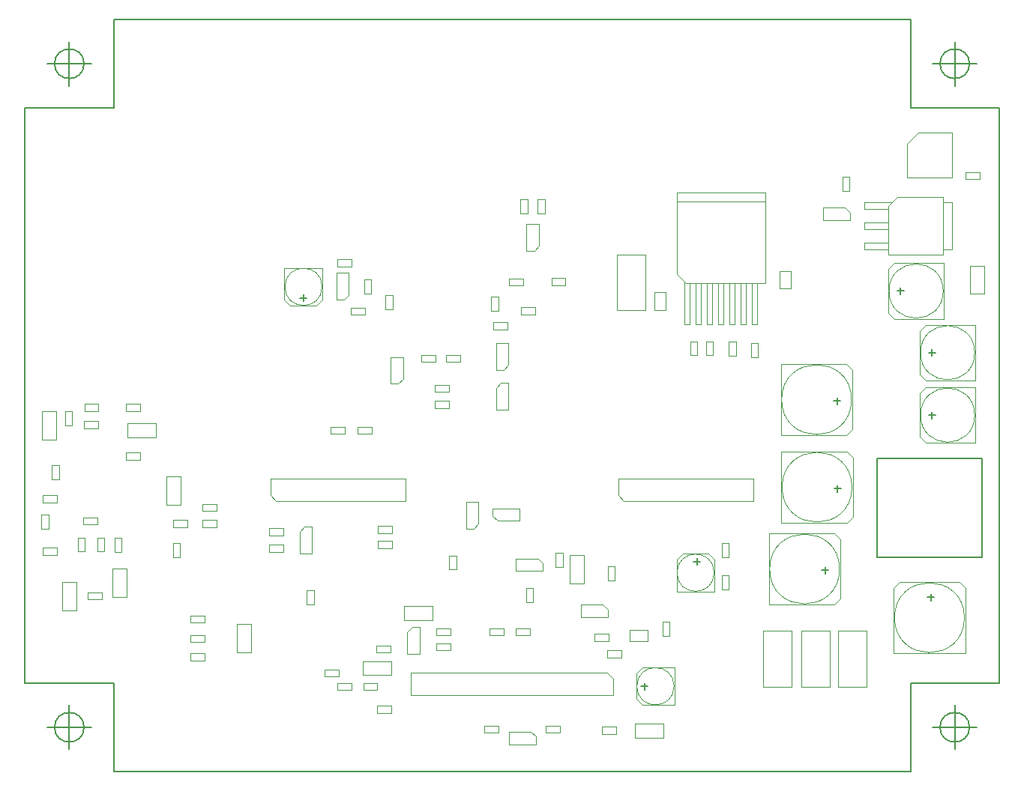
<source format=gbr>
G04 #@! TF.GenerationSoftware,KiCad,Pcbnew,(5.1.4)-1*
G04 #@! TF.CreationDate,2019-12-04T23:14:54+01:00*
G04 #@! TF.ProjectId,instru_bab_v2,696e7374-7275-45f6-9261-625f76322e6b,rev?*
G04 #@! TF.SameCoordinates,Original*
G04 #@! TF.FileFunction,Other,Fab,Top*
%FSLAX46Y46*%
G04 Gerber Fmt 4.6, Leading zero omitted, Abs format (unit mm)*
G04 Created by KiCad (PCBNEW (5.1.4)-1) date 2019-12-04 23:14:54*
%MOMM*%
%LPD*%
G04 APERTURE LIST*
%ADD10C,0.200000*%
%ADD11C,0.150000*%
%ADD12C,0.100000*%
G04 APERTURE END LIST*
D10*
X139667825Y-108334814D02*
G75*
G03X139667825Y-108334814I-1666666J0D01*
G01*
X135501159Y-108334814D02*
X140501159Y-108334814D01*
X138001159Y-105834814D02*
X138001159Y-110834814D01*
X139667825Y-33334814D02*
G75*
G03X139667825Y-33334814I-1666666J0D01*
G01*
X135501159Y-33334814D02*
X140501159Y-33334814D01*
X138001159Y-30834814D02*
X138001159Y-35834814D01*
X39667825Y-108334814D02*
G75*
G03X39667825Y-108334814I-1666666J0D01*
G01*
X35501159Y-108334814D02*
X40501159Y-108334814D01*
X38001159Y-105834814D02*
X38001159Y-110834814D01*
X39667825Y-33334814D02*
G75*
G03X39667825Y-33334814I-1666666J0D01*
G01*
X35501159Y-33334814D02*
X40501159Y-33334814D01*
X38001159Y-30834814D02*
X38001159Y-35834814D01*
D11*
X43001159Y-103334814D02*
X33001159Y-103334814D01*
X43001159Y-113334814D02*
X43001159Y-103334814D01*
X133001159Y-113334814D02*
X43001159Y-113334814D01*
X133001159Y-103334814D02*
X133001159Y-113334814D01*
X143001159Y-103334814D02*
X133001159Y-103334814D01*
X143001159Y-38334814D02*
X143001159Y-103334814D01*
X133001159Y-38334814D02*
X143001159Y-38334814D01*
X133001159Y-28334814D02*
X133001159Y-38334814D01*
X43001159Y-28334814D02*
X133001159Y-28334814D01*
X43001159Y-38334814D02*
X43001159Y-28334814D01*
X33001159Y-38334814D02*
X43001159Y-38334814D01*
X33001159Y-103334814D02*
X33001159Y-38334814D01*
D12*
X69150000Y-75150000D02*
X67550000Y-75150000D01*
X67550000Y-75150000D02*
X67550000Y-74350000D01*
X67550000Y-74350000D02*
X69150000Y-74350000D01*
X69150000Y-74350000D02*
X69150000Y-75150000D01*
X72200000Y-74350000D02*
X72200000Y-75150000D01*
X70600000Y-74350000D02*
X72200000Y-74350000D01*
X70600000Y-75150000D02*
X70600000Y-74350000D01*
X72200000Y-75150000D02*
X70600000Y-75150000D01*
D11*
X129250000Y-89090000D02*
X141050000Y-89090000D01*
X141050000Y-89090000D02*
X141050000Y-77910000D01*
X141050000Y-77910000D02*
X129250000Y-77910000D01*
X129250000Y-77910000D02*
X129250000Y-89090000D01*
D12*
X91050000Y-53900000D02*
X91050000Y-51450000D01*
X90500000Y-54470000D02*
X89650000Y-54470000D01*
X91050000Y-53900000D02*
X90500000Y-54470000D01*
X89650000Y-54470000D02*
X89650000Y-51430000D01*
X91050000Y-51430000D02*
X89650000Y-51430000D01*
X141300000Y-59350000D02*
X139700000Y-59350000D01*
X141300000Y-56150000D02*
X141300000Y-59350000D01*
X139700000Y-56150000D02*
X141300000Y-56150000D01*
X139700000Y-59350000D02*
X139700000Y-56150000D01*
X136700000Y-48950000D02*
X137700000Y-48950000D01*
X137700000Y-48950000D02*
X137700000Y-54350000D01*
X137700000Y-54350000D02*
X136700000Y-54350000D01*
X136700000Y-48400000D02*
X136700000Y-54900000D01*
X136700000Y-54900000D02*
X130480000Y-54900000D01*
X130480000Y-54900000D02*
X130480000Y-49400000D01*
X130480000Y-49400000D02*
X131480000Y-48400000D01*
X131480000Y-48400000D02*
X136700000Y-48400000D01*
X130885000Y-48995000D02*
X127780000Y-48995000D01*
X127780000Y-48995000D02*
X127780000Y-49745000D01*
X127780000Y-49745000D02*
X130480000Y-49745000D01*
X130480000Y-51275000D02*
X127780000Y-51275000D01*
X127780000Y-51275000D02*
X127780000Y-52025000D01*
X127780000Y-52025000D02*
X130480000Y-52025000D01*
X130480000Y-53555000D02*
X127780000Y-53555000D01*
X127780000Y-53555000D02*
X127780000Y-54305000D01*
X127780000Y-54305000D02*
X130480000Y-54305000D01*
X90934066Y-89264146D02*
X88484066Y-89264146D01*
X91504066Y-89814146D02*
X91504066Y-90664146D01*
X90934066Y-89264146D02*
X91504066Y-89814146D01*
X91504066Y-90664146D02*
X88464066Y-90664146D01*
X88464066Y-89264146D02*
X88464066Y-90664146D01*
X86400000Y-85000000D02*
X88850000Y-85000000D01*
X85830000Y-84450000D02*
X85830000Y-83600000D01*
X86400000Y-85000000D02*
X85830000Y-84450000D01*
X85830000Y-83600000D02*
X88870000Y-83600000D01*
X88870000Y-85000000D02*
X88870000Y-83600000D01*
X84200000Y-85300000D02*
X84200000Y-82850000D01*
X83650000Y-85870000D02*
X82800000Y-85870000D01*
X84200000Y-85300000D02*
X83650000Y-85870000D01*
X82800000Y-85870000D02*
X82800000Y-82830000D01*
X84200000Y-82830000D02*
X82800000Y-82830000D01*
X99414066Y-102829146D02*
X99414066Y-104734146D01*
X99414066Y-104734146D02*
X76554066Y-104734146D01*
X76554066Y-104734146D02*
X76554066Y-102194146D01*
X76554066Y-102194146D02*
X98779066Y-102194146D01*
X98779066Y-102194146D02*
X99414066Y-102829146D01*
X125600000Y-49600000D02*
X123150000Y-49600000D01*
X126170000Y-50150000D02*
X126170000Y-51000000D01*
X125600000Y-49600000D02*
X126170000Y-50150000D01*
X126170000Y-51000000D02*
X123130000Y-51000000D01*
X123130000Y-49600000D02*
X123130000Y-51000000D01*
X109900000Y-64700000D02*
X110700000Y-64700000D01*
X109900000Y-66300000D02*
X109900000Y-64700000D01*
X110700000Y-66300000D02*
X109900000Y-66300000D01*
X110700000Y-64700000D02*
X110700000Y-66300000D01*
X108150000Y-64700000D02*
X108950000Y-64700000D01*
X108150000Y-66300000D02*
X108150000Y-64700000D01*
X108950000Y-66300000D02*
X108150000Y-66300000D01*
X108950000Y-64700000D02*
X108950000Y-66300000D01*
X126100000Y-47750000D02*
X125300000Y-47750000D01*
X126100000Y-46150000D02*
X126100000Y-47750000D01*
X125300000Y-46150000D02*
X126100000Y-46150000D01*
X125300000Y-47750000D02*
X125300000Y-46150000D01*
X88434066Y-97964146D02*
X88434066Y-97164146D01*
X90034066Y-97964146D02*
X88434066Y-97964146D01*
X90034066Y-97164146D02*
X90034066Y-97964146D01*
X88434066Y-97164146D02*
X90034066Y-97164146D01*
X90400000Y-94200000D02*
X89600000Y-94200000D01*
X90400000Y-92600000D02*
X90400000Y-94200000D01*
X89600000Y-92600000D02*
X90400000Y-92600000D01*
X89600000Y-94200000D02*
X89600000Y-92600000D01*
X93750000Y-90250000D02*
X92950000Y-90250000D01*
X93750000Y-88650000D02*
X93750000Y-90250000D01*
X92950000Y-88650000D02*
X93750000Y-88650000D01*
X92950000Y-90250000D02*
X92950000Y-88650000D01*
X72750000Y-106700000D02*
X72750000Y-105900000D01*
X74350000Y-106700000D02*
X72750000Y-106700000D01*
X74350000Y-105900000D02*
X74350000Y-106700000D01*
X72750000Y-105900000D02*
X74350000Y-105900000D01*
X81050000Y-98850000D02*
X81050000Y-99650000D01*
X79450000Y-98850000D02*
X81050000Y-98850000D01*
X79450000Y-99650000D02*
X79450000Y-98850000D01*
X81050000Y-99650000D02*
X79450000Y-99650000D01*
X126395884Y-81200000D02*
G75*
G03X126395884Y-81200000I-3945884J0D01*
G01*
X118410000Y-77160000D02*
X118410000Y-85240000D01*
X125820000Y-77160000D02*
X118410000Y-77160000D01*
X126490000Y-77830000D02*
X125820000Y-77160000D01*
X126490000Y-84570000D02*
X126490000Y-77830000D01*
X125820000Y-85240000D02*
X126490000Y-84570000D01*
X118410000Y-85240000D02*
X125820000Y-85240000D01*
X124995884Y-90450000D02*
G75*
G03X124995884Y-90450000I-3945884J0D01*
G01*
X117010000Y-86410000D02*
X117010000Y-94490000D01*
X124420000Y-86410000D02*
X117010000Y-86410000D01*
X125090000Y-87080000D02*
X124420000Y-86410000D01*
X125090000Y-93820000D02*
X125090000Y-87080000D01*
X124420000Y-94490000D02*
X125090000Y-93820000D01*
X117010000Y-94490000D02*
X124420000Y-94490000D01*
X139095884Y-95950000D02*
G75*
G03X139095884Y-95950000I-3945884J0D01*
G01*
X131110000Y-99990000D02*
X139190000Y-99990000D01*
X131110000Y-92580000D02*
X131110000Y-99990000D01*
X131780000Y-91910000D02*
X131110000Y-92580000D01*
X138520000Y-91910000D02*
X131780000Y-91910000D01*
X139190000Y-92580000D02*
X138520000Y-91910000D01*
X139190000Y-99990000D02*
X139190000Y-92580000D01*
X105320000Y-61150000D02*
X104080000Y-61150000D01*
X105320000Y-59150000D02*
X105320000Y-61150000D01*
X104080000Y-59150000D02*
X105320000Y-59150000D01*
X104080000Y-61150000D02*
X104080000Y-59150000D01*
X140259412Y-66000000D02*
G75*
G03X140259412Y-66000000I-3059412J0D01*
G01*
X140350000Y-69150000D02*
X140350000Y-62850000D01*
X134720000Y-69150000D02*
X140350000Y-69150000D01*
X134050000Y-68480000D02*
X134720000Y-69150000D01*
X134050000Y-63520000D02*
X134050000Y-68480000D01*
X134720000Y-62850000D02*
X134050000Y-63520000D01*
X140350000Y-62850000D02*
X134720000Y-62850000D01*
X136699581Y-59028119D02*
G75*
G03X136699581Y-59028119I-3059412J0D01*
G01*
X136790169Y-62178119D02*
X136790169Y-55878119D01*
X131160169Y-62178119D02*
X136790169Y-62178119D01*
X130490169Y-61508119D02*
X131160169Y-62178119D01*
X130490169Y-56548119D02*
X130490169Y-61508119D01*
X131160169Y-55878119D02*
X130490169Y-56548119D01*
X136790169Y-55878119D02*
X131160169Y-55878119D01*
X139200000Y-45600000D02*
X140800000Y-45600000D01*
X140800000Y-45600000D02*
X140800000Y-46400000D01*
X140800000Y-46400000D02*
X139200000Y-46400000D01*
X139200000Y-46400000D02*
X139200000Y-45600000D01*
X126345884Y-71300000D02*
G75*
G03X126345884Y-71300000I-3945884J0D01*
G01*
X118360000Y-67260000D02*
X118360000Y-75340000D01*
X125770000Y-67260000D02*
X118360000Y-67260000D01*
X126440000Y-67930000D02*
X125770000Y-67260000D01*
X126440000Y-74670000D02*
X126440000Y-67930000D01*
X125770000Y-75340000D02*
X126440000Y-74670000D01*
X118360000Y-75340000D02*
X125770000Y-75340000D01*
X140259412Y-73050000D02*
G75*
G03X140259412Y-73050000I-3059412J0D01*
G01*
X140350000Y-76200000D02*
X140350000Y-69900000D01*
X134720000Y-76200000D02*
X140350000Y-76200000D01*
X134050000Y-75530000D02*
X134720000Y-76200000D01*
X134050000Y-70570000D02*
X134050000Y-75530000D01*
X134720000Y-69900000D02*
X134050000Y-70570000D01*
X140350000Y-69900000D02*
X134720000Y-69900000D01*
X133900000Y-41080000D02*
X137710000Y-41080000D01*
X137710000Y-41080000D02*
X137710000Y-46160000D01*
X137710000Y-46160000D02*
X132630000Y-46160000D01*
X132630000Y-46160000D02*
X132630000Y-42350000D01*
X132630000Y-42350000D02*
X133900000Y-41080000D01*
X106600000Y-48875000D02*
X106600000Y-47875000D01*
X106600000Y-47875000D02*
X116600000Y-47875000D01*
X116600000Y-47875000D02*
X116600000Y-48875000D01*
X106600000Y-48875000D02*
X116600000Y-48875000D01*
X116600000Y-48875000D02*
X116600000Y-58125000D01*
X116600000Y-58125000D02*
X107600000Y-58125000D01*
X107600000Y-58125000D02*
X106600000Y-57125000D01*
X106600000Y-57125000D02*
X106600000Y-48875000D01*
X107490000Y-58015000D02*
X107490000Y-62825000D01*
X107490000Y-62825000D02*
X108090000Y-62825000D01*
X108090000Y-62825000D02*
X108090000Y-58125000D01*
X108760000Y-58125000D02*
X108760000Y-62825000D01*
X108760000Y-62825000D02*
X109360000Y-62825000D01*
X109360000Y-62825000D02*
X109360000Y-58125000D01*
X110030000Y-58125000D02*
X110030000Y-62825000D01*
X110030000Y-62825000D02*
X110630000Y-62825000D01*
X110630000Y-62825000D02*
X110630000Y-58125000D01*
X111300000Y-58125000D02*
X111300000Y-62825000D01*
X111300000Y-62825000D02*
X111900000Y-62825000D01*
X111900000Y-62825000D02*
X111900000Y-58125000D01*
X112570000Y-58125000D02*
X112570000Y-62825000D01*
X112570000Y-62825000D02*
X113170000Y-62825000D01*
X113170000Y-62825000D02*
X113170000Y-58125000D01*
X113840000Y-58125000D02*
X113840000Y-62825000D01*
X113840000Y-62825000D02*
X114440000Y-62825000D01*
X114440000Y-62825000D02*
X114440000Y-58125000D01*
X115110000Y-58125000D02*
X115110000Y-62825000D01*
X115110000Y-62825000D02*
X115710000Y-62825000D01*
X115710000Y-62825000D02*
X115710000Y-58125000D01*
X100014066Y-82099146D02*
X100014066Y-80194146D01*
X100014066Y-80194146D02*
X115254066Y-80194146D01*
X115254066Y-80194146D02*
X115254066Y-82734146D01*
X115254066Y-82734146D02*
X100649066Y-82734146D01*
X100649066Y-82734146D02*
X100014066Y-82099146D01*
X60714066Y-82099146D02*
X60714066Y-80194146D01*
X60714066Y-80194146D02*
X75954066Y-80194146D01*
X75954066Y-80194146D02*
X75954066Y-82734146D01*
X75954066Y-82734146D02*
X61349066Y-82734146D01*
X61349066Y-82734146D02*
X60714066Y-82099146D01*
X64834066Y-94464146D02*
X64834066Y-92864146D01*
X64834066Y-92864146D02*
X65634066Y-92864146D01*
X65634066Y-92864146D02*
X65634066Y-94464146D01*
X65634066Y-94464146D02*
X64834066Y-94464146D01*
X90900000Y-48650000D02*
X91700000Y-48650000D01*
X90900000Y-50250000D02*
X90900000Y-48650000D01*
X91700000Y-50250000D02*
X90900000Y-50250000D01*
X91700000Y-48650000D02*
X91700000Y-50250000D01*
X88950000Y-48650000D02*
X89750000Y-48650000D01*
X88950000Y-50250000D02*
X88950000Y-48650000D01*
X89750000Y-50250000D02*
X88950000Y-50250000D01*
X89750000Y-48650000D02*
X89750000Y-50250000D01*
X39690544Y-73731913D02*
X41290544Y-73731913D01*
X41290544Y-73731913D02*
X41290544Y-74531913D01*
X41290544Y-74531913D02*
X39690544Y-74531913D01*
X39690544Y-74531913D02*
X39690544Y-73731913D01*
X73700000Y-61100000D02*
X73700000Y-59500000D01*
X73700000Y-59500000D02*
X74500000Y-59500000D01*
X74500000Y-59500000D02*
X74500000Y-61100000D01*
X74500000Y-61100000D02*
X73700000Y-61100000D01*
X89250000Y-57600000D02*
X89250000Y-58400000D01*
X87650000Y-57600000D02*
X89250000Y-57600000D01*
X87650000Y-58400000D02*
X87650000Y-57600000D01*
X89250000Y-58400000D02*
X87650000Y-58400000D01*
X90600000Y-60850000D02*
X90600000Y-61650000D01*
X89000000Y-60850000D02*
X90600000Y-60850000D01*
X89000000Y-61650000D02*
X89000000Y-60850000D01*
X90600000Y-61650000D02*
X89000000Y-61650000D01*
X94050000Y-57550000D02*
X94050000Y-58350000D01*
X92450000Y-57550000D02*
X94050000Y-57550000D01*
X92450000Y-58350000D02*
X92450000Y-57550000D01*
X94050000Y-58350000D02*
X92450000Y-58350000D01*
X112500000Y-64750000D02*
X113300000Y-64750000D01*
X112500000Y-66350000D02*
X112500000Y-64750000D01*
X113300000Y-66350000D02*
X112500000Y-66350000D01*
X113300000Y-64750000D02*
X113300000Y-66350000D01*
X85850000Y-63350000D02*
X85850000Y-62550000D01*
X87450000Y-63350000D02*
X85850000Y-63350000D01*
X87450000Y-62550000D02*
X87450000Y-63350000D01*
X85850000Y-62550000D02*
X87450000Y-62550000D01*
X79250000Y-72250000D02*
X79250000Y-71450000D01*
X80850000Y-72250000D02*
X79250000Y-72250000D01*
X80850000Y-71450000D02*
X80850000Y-72250000D01*
X79250000Y-71450000D02*
X80850000Y-71450000D01*
X80550000Y-67050000D02*
X80550000Y-66250000D01*
X82150000Y-67050000D02*
X80550000Y-67050000D01*
X82150000Y-66250000D02*
X82150000Y-67050000D01*
X80550000Y-66250000D02*
X82150000Y-66250000D01*
X79350000Y-66250000D02*
X79350000Y-67050000D01*
X77750000Y-66250000D02*
X79350000Y-66250000D01*
X77750000Y-67050000D02*
X77750000Y-66250000D01*
X79350000Y-67050000D02*
X77750000Y-67050000D01*
X71400000Y-60900000D02*
X71400000Y-61700000D01*
X69800000Y-60900000D02*
X71400000Y-60900000D01*
X69800000Y-61700000D02*
X69800000Y-60900000D01*
X71400000Y-61700000D02*
X69800000Y-61700000D01*
X69900000Y-55450000D02*
X69900000Y-56250000D01*
X68300000Y-55450000D02*
X69900000Y-55450000D01*
X68300000Y-56250000D02*
X68300000Y-55450000D01*
X69900000Y-56250000D02*
X68300000Y-56250000D01*
X72100000Y-59350000D02*
X71300000Y-59350000D01*
X72100000Y-57750000D02*
X72100000Y-59350000D01*
X71300000Y-57750000D02*
X72100000Y-57750000D01*
X71300000Y-59350000D02*
X71300000Y-57750000D01*
X91850000Y-108950000D02*
X91850000Y-108150000D01*
X93450000Y-108950000D02*
X91850000Y-108950000D01*
X93450000Y-108150000D02*
X93450000Y-108950000D01*
X91850000Y-108150000D02*
X93450000Y-108150000D01*
X86450000Y-108150000D02*
X86450000Y-108950000D01*
X84850000Y-108150000D02*
X86450000Y-108150000D01*
X84850000Y-108950000D02*
X84850000Y-108150000D01*
X86450000Y-108950000D02*
X84850000Y-108950000D01*
X62150000Y-85850000D02*
X62150000Y-86650000D01*
X60550000Y-85850000D02*
X62150000Y-85850000D01*
X60550000Y-86650000D02*
X60550000Y-85850000D01*
X62150000Y-86650000D02*
X60550000Y-86650000D01*
X62156108Y-87704698D02*
X62156108Y-88504698D01*
X60556108Y-87704698D02*
X62156108Y-87704698D01*
X60556108Y-88504698D02*
X60556108Y-87704698D01*
X62156108Y-88504698D02*
X60556108Y-88504698D01*
X72850000Y-86400000D02*
X72850000Y-85600000D01*
X74450000Y-86400000D02*
X72850000Y-86400000D01*
X74450000Y-85600000D02*
X74450000Y-86400000D01*
X72850000Y-85600000D02*
X74450000Y-85600000D01*
X72850000Y-88100000D02*
X72850000Y-87300000D01*
X74450000Y-88100000D02*
X72850000Y-88100000D01*
X74450000Y-87300000D02*
X74450000Y-88100000D01*
X72850000Y-87300000D02*
X74450000Y-87300000D01*
X100384066Y-99664146D02*
X100384066Y-100464146D01*
X98784066Y-99664146D02*
X100384066Y-99664146D01*
X98784066Y-100464146D02*
X98784066Y-99664146D01*
X100384066Y-100464146D02*
X98784066Y-100464146D01*
X98884066Y-97764146D02*
X98884066Y-98564146D01*
X97284066Y-97764146D02*
X98884066Y-97764146D01*
X97284066Y-98564146D02*
X97284066Y-97764146D01*
X98884066Y-98564146D02*
X97284066Y-98564146D01*
X105800000Y-98000000D02*
X105000000Y-98000000D01*
X105800000Y-96400000D02*
X105800000Y-98000000D01*
X105000000Y-96400000D02*
X105800000Y-96400000D01*
X105000000Y-98000000D02*
X105000000Y-96400000D01*
X111700000Y-91150000D02*
X112500000Y-91150000D01*
X111700000Y-92750000D02*
X111700000Y-91150000D01*
X112500000Y-92750000D02*
X111700000Y-92750000D01*
X112500000Y-91150000D02*
X112500000Y-92750000D01*
X111700000Y-87550000D02*
X112500000Y-87550000D01*
X111700000Y-89150000D02*
X111700000Y-87550000D01*
X112500000Y-89150000D02*
X111700000Y-89150000D01*
X112500000Y-87550000D02*
X112500000Y-89150000D01*
X46000000Y-71800000D02*
X46000000Y-72600000D01*
X44400000Y-71800000D02*
X46000000Y-71800000D01*
X44400000Y-72600000D02*
X44400000Y-71800000D01*
X46000000Y-72600000D02*
X44400000Y-72600000D01*
X71200000Y-104150000D02*
X71200000Y-103350000D01*
X72800000Y-104150000D02*
X71200000Y-104150000D01*
X72800000Y-103350000D02*
X72800000Y-104150000D01*
X71200000Y-103350000D02*
X72800000Y-103350000D01*
X35650000Y-85881913D02*
X34850000Y-85881913D01*
X35650000Y-84281913D02*
X35650000Y-85881913D01*
X34850000Y-84281913D02*
X35650000Y-84281913D01*
X34850000Y-85881913D02*
X34850000Y-84281913D01*
X74300000Y-99100000D02*
X74300000Y-99900000D01*
X72700000Y-99100000D02*
X74300000Y-99100000D01*
X72700000Y-99900000D02*
X72700000Y-99100000D01*
X74300000Y-99900000D02*
X72700000Y-99900000D01*
X34990544Y-82931913D02*
X34990544Y-82131913D01*
X36590544Y-82931913D02*
X34990544Y-82931913D01*
X36590544Y-82131913D02*
X36590544Y-82931913D01*
X34990544Y-82131913D02*
X36590544Y-82131913D01*
X41940544Y-88481913D02*
X41140544Y-88481913D01*
X41940544Y-86881913D02*
X41940544Y-88481913D01*
X41140544Y-86881913D02*
X41940544Y-86881913D01*
X41140544Y-88481913D02*
X41140544Y-86881913D01*
X46000000Y-77300000D02*
X46000000Y-78100000D01*
X44400000Y-77300000D02*
X46000000Y-77300000D01*
X44400000Y-78100000D02*
X44400000Y-77300000D01*
X46000000Y-78100000D02*
X44400000Y-78100000D01*
X79434066Y-97964146D02*
X79434066Y-97164146D01*
X81034066Y-97964146D02*
X79434066Y-97964146D01*
X81034066Y-97164146D02*
X81034066Y-97964146D01*
X79434066Y-97164146D02*
X81034066Y-97164146D01*
X41190544Y-84631913D02*
X41190544Y-85431913D01*
X39590544Y-84631913D02*
X41190544Y-84631913D01*
X39590544Y-85431913D02*
X39590544Y-84631913D01*
X41190544Y-85431913D02*
X39590544Y-85431913D01*
X38940544Y-86881913D02*
X39740544Y-86881913D01*
X38940544Y-88481913D02*
X38940544Y-86881913D01*
X39740544Y-88481913D02*
X38940544Y-88481913D01*
X39740544Y-86881913D02*
X39740544Y-88481913D01*
X43100000Y-86900000D02*
X43900000Y-86900000D01*
X43100000Y-88500000D02*
X43100000Y-86900000D01*
X43900000Y-88500000D02*
X43100000Y-88500000D01*
X43900000Y-86900000D02*
X43900000Y-88500000D01*
X34990544Y-88831913D02*
X34990544Y-88031913D01*
X36590544Y-88831913D02*
X34990544Y-88831913D01*
X36590544Y-88031913D02*
X36590544Y-88831913D01*
X34990544Y-88031913D02*
X36590544Y-88031913D01*
X41700000Y-93100000D02*
X41700000Y-93900000D01*
X40100000Y-93100000D02*
X41700000Y-93100000D01*
X40100000Y-93900000D02*
X40100000Y-93100000D01*
X41700000Y-93900000D02*
X40100000Y-93900000D01*
X68400000Y-101800000D02*
X68400000Y-102600000D01*
X66800000Y-101800000D02*
X68400000Y-101800000D01*
X66800000Y-102600000D02*
X66800000Y-101800000D01*
X68400000Y-102600000D02*
X66800000Y-102600000D01*
X68300000Y-104150000D02*
X68300000Y-103350000D01*
X69900000Y-104150000D02*
X68300000Y-104150000D01*
X69900000Y-103350000D02*
X69900000Y-104150000D01*
X68300000Y-103350000D02*
X69900000Y-103350000D01*
X76150000Y-97600000D02*
X76150000Y-100050000D01*
X76700000Y-97030000D02*
X77550000Y-97030000D01*
X76150000Y-97600000D02*
X76700000Y-97030000D01*
X77550000Y-97030000D02*
X77550000Y-100070000D01*
X76150000Y-100070000D02*
X77550000Y-100070000D01*
X69550000Y-59450000D02*
X69550000Y-57000000D01*
X69000000Y-60020000D02*
X68150000Y-60020000D01*
X69550000Y-59450000D02*
X69000000Y-60020000D01*
X68150000Y-60020000D02*
X68150000Y-56980000D01*
X69550000Y-56980000D02*
X68150000Y-56980000D01*
X87600000Y-67400000D02*
X87600000Y-64950000D01*
X87050000Y-67970000D02*
X86200000Y-67970000D01*
X87600000Y-67400000D02*
X87050000Y-67970000D01*
X86200000Y-67970000D02*
X86200000Y-64930000D01*
X87600000Y-64930000D02*
X86200000Y-64930000D01*
X86200000Y-70000000D02*
X86200000Y-72450000D01*
X86750000Y-69430000D02*
X87600000Y-69430000D01*
X86200000Y-70000000D02*
X86750000Y-69430000D01*
X87600000Y-69430000D02*
X87600000Y-72470000D01*
X86200000Y-72470000D02*
X87600000Y-72470000D01*
X75700000Y-68950000D02*
X75700000Y-66500000D01*
X75150000Y-69520000D02*
X74300000Y-69520000D01*
X75700000Y-68950000D02*
X75150000Y-69520000D01*
X74300000Y-69520000D02*
X74300000Y-66480000D01*
X75700000Y-66480000D02*
X74300000Y-66480000D01*
X90100000Y-108850000D02*
X87650000Y-108850000D01*
X90670000Y-109400000D02*
X90670000Y-110250000D01*
X90100000Y-108850000D02*
X90670000Y-109400000D01*
X90670000Y-110250000D02*
X87630000Y-110250000D01*
X87630000Y-108850000D02*
X87630000Y-110250000D01*
X64006108Y-86204698D02*
X64006108Y-88654698D01*
X64556108Y-85634698D02*
X65406108Y-85634698D01*
X64006108Y-86204698D02*
X64556108Y-85634698D01*
X65406108Y-85634698D02*
X65406108Y-88674698D01*
X64006108Y-88674698D02*
X65406108Y-88674698D01*
X98234066Y-94464146D02*
X95784066Y-94464146D01*
X98804066Y-95014146D02*
X98804066Y-95864146D01*
X98234066Y-94464146D02*
X98804066Y-95014146D01*
X98804066Y-95864146D02*
X95764066Y-95864146D01*
X95764066Y-94464146D02*
X95764066Y-95864146D01*
X115000000Y-66500000D02*
X115000000Y-64900000D01*
X115000000Y-64900000D02*
X115800000Y-64900000D01*
X115800000Y-64900000D02*
X115800000Y-66500000D01*
X115800000Y-66500000D02*
X115000000Y-66500000D01*
X85650000Y-61300000D02*
X85650000Y-59700000D01*
X85650000Y-59700000D02*
X86450000Y-59700000D01*
X86450000Y-59700000D02*
X86450000Y-61300000D01*
X86450000Y-61300000D02*
X85650000Y-61300000D01*
X79250000Y-69650000D02*
X80850000Y-69650000D01*
X80850000Y-69650000D02*
X80850000Y-70450000D01*
X80850000Y-70450000D02*
X79250000Y-70450000D01*
X79250000Y-70450000D02*
X79250000Y-69650000D01*
X66552380Y-58550000D02*
G75*
G03X66552380Y-58550000I-2102380J0D01*
G01*
X66570000Y-56420000D02*
X62300000Y-56420000D01*
X66570000Y-60010000D02*
X66570000Y-56420000D01*
X65900000Y-60680000D02*
X66570000Y-60010000D01*
X62980000Y-60680000D02*
X65900000Y-60680000D01*
X62300000Y-60010000D02*
X62980000Y-60680000D01*
X62300000Y-56420000D02*
X62300000Y-60010000D01*
X80907680Y-90514146D02*
X80907680Y-88914146D01*
X80907680Y-88914146D02*
X81707680Y-88914146D01*
X81707680Y-88914146D02*
X81707680Y-90514146D01*
X81707680Y-90514146D02*
X80907680Y-90514146D01*
X85434066Y-97164146D02*
X87034066Y-97164146D01*
X87034066Y-97164146D02*
X87034066Y-97964146D01*
X87034066Y-97964146D02*
X85434066Y-97964146D01*
X85434066Y-97964146D02*
X85434066Y-97164146D01*
X103334066Y-97344146D02*
X103334066Y-98584146D01*
X101334066Y-97344146D02*
X103334066Y-97344146D01*
X101334066Y-98584146D02*
X101334066Y-97344146D01*
X103334066Y-98584146D02*
X101334066Y-98584146D01*
X98834066Y-91714146D02*
X98834066Y-90114146D01*
X98834066Y-90114146D02*
X99634066Y-90114146D01*
X99634066Y-90114146D02*
X99634066Y-91714146D01*
X99634066Y-91714146D02*
X98834066Y-91714146D01*
X96150000Y-92050000D02*
X94550000Y-92050000D01*
X96150000Y-88850000D02*
X96150000Y-92050000D01*
X94550000Y-88850000D02*
X96150000Y-88850000D01*
X94550000Y-92050000D02*
X94550000Y-88850000D01*
X110836446Y-90864146D02*
G75*
G03X110836446Y-90864146I-2102380J0D01*
G01*
X106614066Y-92994146D02*
X110884066Y-92994146D01*
X106614066Y-89404146D02*
X106614066Y-92994146D01*
X107284066Y-88734146D02*
X106614066Y-89404146D01*
X110204066Y-88734146D02*
X107284066Y-88734146D01*
X110884066Y-89404146D02*
X110204066Y-88734146D01*
X110884066Y-92994146D02*
X110884066Y-89404146D01*
X36500000Y-75800000D02*
X34900000Y-75800000D01*
X36500000Y-72600000D02*
X36500000Y-75800000D01*
X34900000Y-72600000D02*
X36500000Y-72600000D01*
X34900000Y-75800000D02*
X34900000Y-72600000D01*
X71150000Y-102450000D02*
X71150000Y-100850000D01*
X74350000Y-102450000D02*
X71150000Y-102450000D01*
X74350000Y-100850000D02*
X74350000Y-102450000D01*
X71150000Y-100850000D02*
X74350000Y-100850000D01*
X36040544Y-80281913D02*
X36040544Y-78681913D01*
X36040544Y-78681913D02*
X36840544Y-78681913D01*
X36840544Y-78681913D02*
X36840544Y-80281913D01*
X36840544Y-80281913D02*
X36040544Y-80281913D01*
X44600000Y-75600000D02*
X44600000Y-74000000D01*
X47800000Y-75600000D02*
X44600000Y-75600000D01*
X47800000Y-74000000D02*
X47800000Y-75600000D01*
X44600000Y-74000000D02*
X47800000Y-74000000D01*
X37200000Y-91900000D02*
X38800000Y-91900000D01*
X37200000Y-95100000D02*
X37200000Y-91900000D01*
X38800000Y-95100000D02*
X37200000Y-95100000D01*
X38800000Y-91900000D02*
X38800000Y-95100000D01*
X42900000Y-90400000D02*
X44500000Y-90400000D01*
X42900000Y-93600000D02*
X42900000Y-90400000D01*
X44500000Y-93600000D02*
X42900000Y-93600000D01*
X44500000Y-90400000D02*
X44500000Y-93600000D01*
X103050000Y-61200000D02*
X99850000Y-61200000D01*
X103050000Y-54900000D02*
X103050000Y-61200000D01*
X99850000Y-54900000D02*
X103050000Y-54900000D01*
X99850000Y-61200000D02*
X99850000Y-54900000D01*
X75800000Y-96200000D02*
X75800000Y-94600000D01*
X79000000Y-96200000D02*
X75800000Y-96200000D01*
X79000000Y-94600000D02*
X79000000Y-96200000D01*
X75800000Y-94600000D02*
X79000000Y-94600000D01*
X116374914Y-97461407D02*
X119574914Y-97461407D01*
X116374914Y-103761407D02*
X116374914Y-97461407D01*
X119574914Y-103761407D02*
X116374914Y-103761407D01*
X119574914Y-97461407D02*
X119574914Y-103761407D01*
X124824914Y-97461407D02*
X128024914Y-97461407D01*
X124824914Y-103761407D02*
X124824914Y-97461407D01*
X128024914Y-103761407D02*
X124824914Y-103761407D01*
X128024914Y-97461407D02*
X128024914Y-103761407D01*
X120674914Y-97461407D02*
X123874914Y-97461407D01*
X120674914Y-103761407D02*
X120674914Y-97461407D01*
X123874914Y-103761407D02*
X120674914Y-103761407D01*
X123874914Y-97461407D02*
X123874914Y-103761407D01*
X119470000Y-56750000D02*
X119470000Y-58750000D01*
X119470000Y-58750000D02*
X118230000Y-58750000D01*
X118230000Y-58750000D02*
X118230000Y-56750000D01*
X118230000Y-56750000D02*
X119470000Y-56750000D01*
X51700000Y-95700000D02*
X53300000Y-95700000D01*
X53300000Y-95700000D02*
X53300000Y-96500000D01*
X53300000Y-96500000D02*
X51700000Y-96500000D01*
X51700000Y-96500000D02*
X51700000Y-95700000D01*
X50500000Y-89100000D02*
X49700000Y-89100000D01*
X50500000Y-87500000D02*
X50500000Y-89100000D01*
X49700000Y-87500000D02*
X50500000Y-87500000D01*
X49700000Y-89100000D02*
X49700000Y-87500000D01*
X56900000Y-96700000D02*
X58500000Y-96700000D01*
X56900000Y-99900000D02*
X56900000Y-96700000D01*
X58500000Y-99900000D02*
X56900000Y-99900000D01*
X58500000Y-96700000D02*
X58500000Y-99900000D01*
X105100000Y-109500000D02*
X101900000Y-109500000D01*
X101900000Y-109500000D02*
X101900000Y-107900000D01*
X101900000Y-107900000D02*
X105100000Y-107900000D01*
X105100000Y-107900000D02*
X105100000Y-109500000D01*
X53000000Y-84900000D02*
X54600000Y-84900000D01*
X54600000Y-84900000D02*
X54600000Y-85700000D01*
X54600000Y-85700000D02*
X53000000Y-85700000D01*
X53000000Y-85700000D02*
X53000000Y-84900000D01*
X50600000Y-80000000D02*
X50600000Y-83200000D01*
X50600000Y-83200000D02*
X49000000Y-83200000D01*
X49000000Y-83200000D02*
X49000000Y-80000000D01*
X49000000Y-80000000D02*
X50600000Y-80000000D01*
X106330000Y-101550000D02*
X102740000Y-101550000D01*
X102740000Y-101550000D02*
X102070000Y-102230000D01*
X102070000Y-102230000D02*
X102070000Y-105150000D01*
X102070000Y-105150000D02*
X102740000Y-105820000D01*
X102740000Y-105820000D02*
X106330000Y-105820000D01*
X106330000Y-105820000D02*
X106330000Y-101550000D01*
X106302380Y-103700000D02*
G75*
G03X106302380Y-103700000I-2102380J0D01*
G01*
X37500000Y-72600000D02*
X38300000Y-72600000D01*
X37500000Y-74200000D02*
X37500000Y-72600000D01*
X38300000Y-74200000D02*
X37500000Y-74200000D01*
X38300000Y-72600000D02*
X38300000Y-74200000D01*
X39700000Y-71800000D02*
X41300000Y-71800000D01*
X41300000Y-71800000D02*
X41300000Y-72600000D01*
X41300000Y-72600000D02*
X39700000Y-72600000D01*
X39700000Y-72600000D02*
X39700000Y-71800000D01*
X51700000Y-97900000D02*
X53300000Y-97900000D01*
X53300000Y-97900000D02*
X53300000Y-98700000D01*
X53300000Y-98700000D02*
X51700000Y-98700000D01*
X51700000Y-98700000D02*
X51700000Y-97900000D01*
X53300000Y-100000000D02*
X53300000Y-100800000D01*
X51700000Y-100000000D02*
X53300000Y-100000000D01*
X51700000Y-100800000D02*
X51700000Y-100000000D01*
X53300000Y-100800000D02*
X51700000Y-100800000D01*
X99800000Y-109100000D02*
X98200000Y-109100000D01*
X98200000Y-109100000D02*
X98200000Y-108300000D01*
X98200000Y-108300000D02*
X99800000Y-108300000D01*
X99800000Y-108300000D02*
X99800000Y-109100000D01*
X53000000Y-83900000D02*
X53000000Y-83100000D01*
X54600000Y-83900000D02*
X53000000Y-83900000D01*
X54600000Y-83100000D02*
X54600000Y-83900000D01*
X53000000Y-83100000D02*
X54600000Y-83100000D01*
X49750000Y-84900000D02*
X51350000Y-84900000D01*
X51350000Y-84900000D02*
X51350000Y-85700000D01*
X51350000Y-85700000D02*
X49750000Y-85700000D01*
X49750000Y-85700000D02*
X49750000Y-84900000D01*
D11*
X124379047Y-81351428D02*
X125140952Y-81351428D01*
X124760000Y-81732380D02*
X124760000Y-80970476D01*
X122979047Y-90601428D02*
X123740952Y-90601428D01*
X123360000Y-90982380D02*
X123360000Y-90220476D01*
X135301428Y-94020952D02*
X135301428Y-93259047D01*
X135682380Y-93640000D02*
X134920476Y-93640000D01*
X135069047Y-65991428D02*
X135830952Y-65991428D01*
X135450000Y-66372380D02*
X135450000Y-65610476D01*
X131509216Y-59019547D02*
X132271121Y-59019547D01*
X131890169Y-59400499D02*
X131890169Y-58638595D01*
X124329047Y-71451428D02*
X125090952Y-71451428D01*
X124710000Y-71832380D02*
X124710000Y-71070476D01*
X135069047Y-73041428D02*
X135830952Y-73041428D01*
X135450000Y-73422380D02*
X135450000Y-72660476D01*
X64441428Y-60170952D02*
X64441428Y-59409047D01*
X64822380Y-59790000D02*
X64060476Y-59790000D01*
X108885494Y-90005098D02*
X108885494Y-89243193D01*
X109266446Y-89624146D02*
X108504542Y-89624146D01*
X102579047Y-103691428D02*
X103340952Y-103691428D01*
X102960000Y-104072380D02*
X102960000Y-103310476D01*
M02*

</source>
